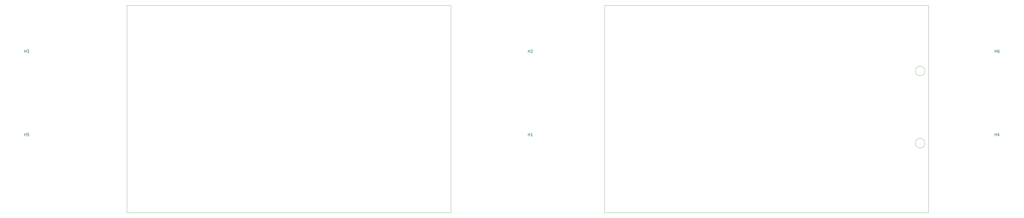
<source format=gbr>
%TF.GenerationSoftware,KiCad,Pcbnew,(5.1.10)-1*%
%TF.CreationDate,2022-11-15T16:39:47-07:00*%
%TF.ProjectId,dm542t_mount,646d3534-3274-45f6-9d6f-756e742e6b69,rev?*%
%TF.SameCoordinates,Original*%
%TF.FileFunction,Legend,Top*%
%TF.FilePolarity,Positive*%
%FSLAX46Y46*%
G04 Gerber Fmt 4.6, Leading zero omitted, Abs format (unit mm)*
G04 Created by KiCad (PCBNEW (5.1.10)-1) date 2022-11-15 16:39:47*
%MOMM*%
%LPD*%
G01*
G04 APERTURE LIST*
%ADD10C,0.120000*%
%ADD11C,0.150000*%
G04 APERTURE END LIST*
D10*
X73000000Y7500000D02*
X191000000Y7500000D01*
X191000000Y83000000D02*
X191000000Y7500000D01*
X73000000Y83000000D02*
X73000000Y7500000D01*
X73000000Y83000000D02*
X191000000Y83000000D01*
X363750000Y59100000D02*
G75*
G03*
X363750000Y59100000I-1750000J0D01*
G01*
X363750000Y32800000D02*
G75*
G03*
X363750000Y32800000I-1750000J0D01*
G01*
X247000000Y7500000D02*
X365000000Y7500000D01*
X247000000Y83000000D02*
X247000000Y7500000D01*
X365000000Y83000000D02*
X365000000Y7500000D01*
X247000000Y83000000D02*
X365000000Y83000000D01*
%TO.C,H6*%
D11*
X389238095Y65807619D02*
X389238095Y66807619D01*
X389238095Y66331428D02*
X389809523Y66331428D01*
X389809523Y65807619D02*
X389809523Y66807619D01*
X390714285Y66807619D02*
X390523809Y66807619D01*
X390428571Y66760000D01*
X390380952Y66712380D01*
X390285714Y66569523D01*
X390238095Y66379047D01*
X390238095Y65998095D01*
X390285714Y65902857D01*
X390333333Y65855238D01*
X390428571Y65807619D01*
X390619047Y65807619D01*
X390714285Y65855238D01*
X390761904Y65902857D01*
X390809523Y65998095D01*
X390809523Y66236190D01*
X390761904Y66331428D01*
X390714285Y66379047D01*
X390619047Y66426666D01*
X390428571Y66426666D01*
X390333333Y66379047D01*
X390285714Y66331428D01*
X390238095Y66236190D01*
%TO.C,H5*%
X35738095Y35477619D02*
X35738095Y36477619D01*
X35738095Y36001428D02*
X36309523Y36001428D01*
X36309523Y35477619D02*
X36309523Y36477619D01*
X37261904Y36477619D02*
X36785714Y36477619D01*
X36738095Y36001428D01*
X36785714Y36049047D01*
X36880952Y36096666D01*
X37119047Y36096666D01*
X37214285Y36049047D01*
X37261904Y36001428D01*
X37309523Y35906190D01*
X37309523Y35668095D01*
X37261904Y35572857D01*
X37214285Y35525238D01*
X37119047Y35477619D01*
X36880952Y35477619D01*
X36785714Y35525238D01*
X36738095Y35572857D01*
%TO.C,H4*%
X389238095Y35477619D02*
X389238095Y36477619D01*
X389238095Y36001428D02*
X389809523Y36001428D01*
X389809523Y35477619D02*
X389809523Y36477619D01*
X390714285Y36144285D02*
X390714285Y35477619D01*
X390476190Y36525238D02*
X390238095Y35810952D01*
X390857142Y35810952D01*
%TO.C,H3*%
X35738095Y65807619D02*
X35738095Y66807619D01*
X35738095Y66331428D02*
X36309523Y66331428D01*
X36309523Y65807619D02*
X36309523Y66807619D01*
X36690476Y66807619D02*
X37309523Y66807619D01*
X36976190Y66426666D01*
X37119047Y66426666D01*
X37214285Y66379047D01*
X37261904Y66331428D01*
X37309523Y66236190D01*
X37309523Y65998095D01*
X37261904Y65902857D01*
X37214285Y65855238D01*
X37119047Y65807619D01*
X36833333Y65807619D01*
X36738095Y65855238D01*
X36690476Y65902857D01*
%TO.C,H2*%
X219238095Y65807619D02*
X219238095Y66807619D01*
X219238095Y66331428D02*
X219809523Y66331428D01*
X219809523Y65807619D02*
X219809523Y66807619D01*
X220238095Y66712380D02*
X220285714Y66760000D01*
X220380952Y66807619D01*
X220619047Y66807619D01*
X220714285Y66760000D01*
X220761904Y66712380D01*
X220809523Y66617142D01*
X220809523Y66521904D01*
X220761904Y66379047D01*
X220190476Y65807619D01*
X220809523Y65807619D01*
%TO.C,H1*%
X219238095Y35477619D02*
X219238095Y36477619D01*
X219238095Y36001428D02*
X219809523Y36001428D01*
X219809523Y35477619D02*
X219809523Y36477619D01*
X220809523Y35477619D02*
X220238095Y35477619D01*
X220523809Y35477619D02*
X220523809Y36477619D01*
X220428571Y36334761D01*
X220333333Y36239523D01*
X220238095Y36191904D01*
%TD*%
M02*

</source>
